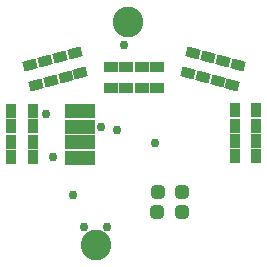
<source format=gts>
G04*
G04 #@! TF.GenerationSoftware,Altium Limited,Altium Designer,23.3.1 (30)*
G04*
G04 Layer_Color=8388736*
%FSLAX25Y25*%
%MOIN*%
G70*
G04*
G04 #@! TF.SameCoordinates,CB223118-D475-4B50-827B-9E4A1506652A*
G04*
G04*
G04 #@! TF.FilePolarity,Negative*
G04*
G01*
G75*
%ADD13R,0.10433X0.04528*%
G04:AMPARAMS|DCode=14|XSize=45.28mil|YSize=45.28mil|CornerRadius=12.8mil|HoleSize=0mil|Usage=FLASHONLY|Rotation=0.000|XOffset=0mil|YOffset=0mil|HoleType=Round|Shape=RoundedRectangle|*
%AMROUNDEDRECTD14*
21,1,0.04528,0.01968,0,0,0.0*
21,1,0.01968,0.04528,0,0,0.0*
1,1,0.02559,0.00984,-0.00984*
1,1,0.02559,-0.00984,-0.00984*
1,1,0.02559,-0.00984,0.00984*
1,1,0.02559,0.00984,0.00984*
%
%ADD14ROUNDEDRECTD14*%
G04:AMPARAMS|DCode=15|XSize=45.28mil|YSize=45.28mil|CornerRadius=12.8mil|HoleSize=0mil|Usage=FLASHONLY|Rotation=90.000|XOffset=0mil|YOffset=0mil|HoleType=Round|Shape=RoundedRectangle|*
%AMROUNDEDRECTD15*
21,1,0.04528,0.01968,0,0,90.0*
21,1,0.01968,0.04528,0,0,90.0*
1,1,0.02559,0.00984,0.00984*
1,1,0.02559,0.00984,-0.00984*
1,1,0.02559,-0.00984,-0.00984*
1,1,0.02559,-0.00984,0.00984*
%
%ADD15ROUNDEDRECTD15*%
%ADD16R,0.03347X0.04528*%
%ADD17R,0.03347X0.04528*%
G04:AMPARAMS|DCode=18|XSize=33.47mil|YSize=45.28mil|CornerRadius=0mil|HoleSize=0mil|Usage=FLASHONLY|Rotation=255.000|XOffset=0mil|YOffset=0mil|HoleType=Round|Shape=Rectangle|*
%AMROTATEDRECTD18*
4,1,4,-0.01754,0.02202,0.02620,0.01030,0.01754,-0.02202,-0.02620,-0.01030,-0.01754,0.02202,0.0*
%
%ADD18ROTATEDRECTD18*%

G04:AMPARAMS|DCode=19|XSize=33.47mil|YSize=45.28mil|CornerRadius=0mil|HoleSize=0mil|Usage=FLASHONLY|Rotation=255.000|XOffset=0mil|YOffset=0mil|HoleType=Round|Shape=Rectangle|*
%AMROTATEDRECTD19*
4,1,4,-0.01754,0.02202,0.02620,0.01030,0.01754,-0.02202,-0.02620,-0.01030,-0.01754,0.02202,0.0*
%
%ADD19ROTATEDRECTD19*%

%ADD20R,0.04528X0.03347*%
%ADD21R,0.04528X0.03347*%
G04:AMPARAMS|DCode=22|XSize=33.47mil|YSize=45.28mil|CornerRadius=0mil|HoleSize=0mil|Usage=FLASHONLY|Rotation=285.000|XOffset=0mil|YOffset=0mil|HoleType=Round|Shape=Rectangle|*
%AMROTATEDRECTD22*
4,1,4,-0.02620,0.01030,0.01754,0.02202,0.02620,-0.01030,-0.01754,-0.02202,-0.02620,0.01030,0.0*
%
%ADD22ROTATEDRECTD22*%

G04:AMPARAMS|DCode=23|XSize=33.47mil|YSize=45.28mil|CornerRadius=0mil|HoleSize=0mil|Usage=FLASHONLY|Rotation=285.000|XOffset=0mil|YOffset=0mil|HoleType=Round|Shape=Rectangle|*
%AMROTATEDRECTD23*
4,1,4,-0.02620,0.01030,0.01754,0.02202,0.02620,-0.01030,-0.01754,-0.02202,-0.02620,0.01030,0.0*
%
%ADD23ROTATEDRECTD23*%

%ADD24C,0.10191*%
%ADD25C,0.02953*%
D13*
X326600Y173682D02*
D03*
Y178800D02*
D03*
Y183918D02*
D03*
Y189036D02*
D03*
D14*
X352400Y162300D02*
D03*
X360500Y162200D02*
D03*
X352200Y155400D02*
D03*
D15*
X360500Y155500D02*
D03*
D16*
X378000Y174063D02*
D03*
Y179182D02*
D03*
X310700Y189219D02*
D03*
Y184100D02*
D03*
D17*
X385106Y189418D02*
D03*
X378000Y184300D02*
D03*
X385106D02*
D03*
Y179182D02*
D03*
Y174064D02*
D03*
X378000Y189418D02*
D03*
X303594Y173864D02*
D03*
X310700Y178982D02*
D03*
X303594D02*
D03*
Y184100D02*
D03*
Y189218D02*
D03*
X310700Y173864D02*
D03*
D18*
X377245Y197775D02*
D03*
X372300Y199100D02*
D03*
D19*
X364252Y208613D02*
D03*
X367356Y200425D02*
D03*
X369196Y207289D02*
D03*
X374139Y205964D02*
D03*
X379083Y204640D02*
D03*
X362413Y201749D02*
D03*
D20*
X352119Y196700D02*
D03*
X347000D02*
D03*
D21*
X336764Y203806D02*
D03*
X341882Y196700D02*
D03*
Y203806D02*
D03*
X347000D02*
D03*
X352118D02*
D03*
X336764Y196700D02*
D03*
D22*
X326628Y201785D02*
D03*
X321683Y200461D02*
D03*
D23*
X309956Y204675D02*
D03*
X316739Y199136D02*
D03*
X314900Y206000D02*
D03*
X319844Y207325D02*
D03*
X324787Y208649D02*
D03*
X311795Y197811D02*
D03*
D24*
X342500Y219000D02*
D03*
X331700Y144400D02*
D03*
D25*
X315046Y188076D02*
D03*
X341100Y211100D02*
D03*
X338900Y182800D02*
D03*
X324000Y161300D02*
D03*
X351500Y178600D02*
D03*
X317500Y173700D02*
D03*
X333600Y184000D02*
D03*
X335600Y150369D02*
D03*
X327700D02*
D03*
M02*

</source>
